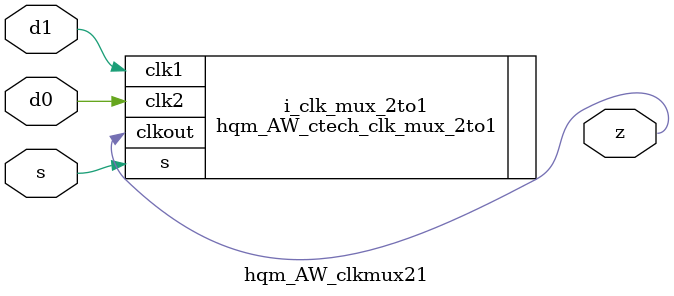
<source format=sv>

module hqm_AW_clkmux21
(
	 input	logic		d0
	,input	logic		d1
	,input	logic		s

	,output	logic		z
);

//-----------------------------------------------------------------------------------------------------

// collage-pragma translate_off

  hqm_AW_ctech_clk_mux_2to1 i_clk_mux_2to1 (.clk1(d1), .clk2(d0), .s(s), .clkout(z));

// collage-pragma translate_on

endmodule // AW_clkmux21


</source>
